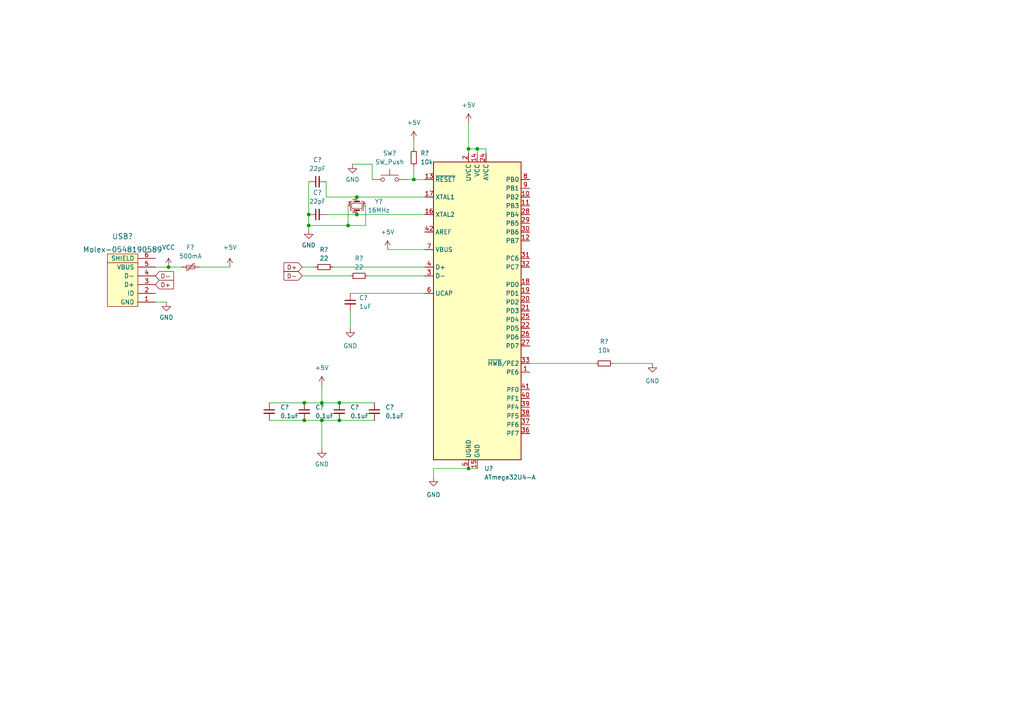
<source format=kicad_sch>
(kicad_sch (version 20211123) (generator eeschema)
  (paper "A4")
  (lib_symbols
    (symbol "Device:C_Small" (pin_numbers hide) (pin_names (offset 0.254) hide)
      (property "Reference" "C" (at 0.254 1.778 0))
      (property "Value" "C_Small" (at 0.254 -2.032 0))
      (symbol "C_Small_0_1"
        (polyline (pts (xy -1.524 -0.508) (xy 1.524 -0.508)) (stroke (width 0.3302)))
        (polyline (pts (xy -1.524 0.508) (xy 1.524 0.508)) (stroke (width 0.3048)))
      )
      (symbol "C_Small_1_1"
        (pin passive line (at 0 2.54 270) (length 2.032) (name "~") (number "1"))
        (pin passive line (at 0 -2.54 90) (length 2.032) (name "~") (number "2"))
      )
    )
    (symbol "Device:Crystal_GND24_Small" (pin_names (offset 1.016) hide)
      (property "Reference" "Y" (at 1.27 4.445 0))
      (property "Value" "Crystal_GND24_Small" (at 1.27 2.54 0))
      (symbol "Crystal_GND24_Small_0_1"
        (rectangle (start -0.762 -1.524) (end 0.762 1.524))
        (polyline (pts (xy -1.27 -0.762) (xy -1.27 0.762)) (stroke (width 0.381)))
        (polyline (pts (xy 1.27 -0.762) (xy 1.27 0.762)) (stroke (width 0.381)))
        (polyline (pts (xy -1.27 -1.27) (xy -1.27 -1.905) (xy 1.27 -1.905) (xy 1.27 -1.27)))
        (polyline (pts (xy -1.27 1.27) (xy -1.27 1.905) (xy 1.27 1.905) (xy 1.27 1.27)))
      )
      (symbol "Crystal_GND24_Small_1_1"
        (pin passive line (at -2.54 0 0) (length 1.27) (name "1") (number "1"))
        (pin passive line (at 0 -2.54 90) (length 0.635) (name "2") (number "2"))
        (pin passive line (at 2.54 0 180) (length 1.27) (name "3") (number "3"))
        (pin passive line (at 0 2.54 270) (length 0.635) (name "4") (number "4"))
      )
    )
    (symbol "Device:Polyfuse_Small" (pin_numbers hide) (pin_names (offset 0))
      (property "Reference" "F" (at -1.905 0 90))
      (property "Value" "Polyfuse_Small" (at 1.905 0 90))
      (symbol "Polyfuse_Small_0_1"
        (rectangle (start -0.508 1.27) (end 0.508 -1.27))
        (polyline (pts (xy 0 2.54) (xy 0 -2.54)))
        (polyline (pts (xy -1.016 1.27) (xy -1.016 0.762) (xy 1.016 -0.762) (xy 1.016 -1.27)))
      )
      (symbol "Polyfuse_Small_1_1"
        (pin passive line (at 0 2.54 270) (length 0.635) (name "~") (number "1"))
        (pin passive line (at 0 -2.54 90) (length 0.635) (name "~") (number "2"))
      )
    )
    (symbol "Device:R_Small" (pin_numbers hide) (pin_names (offset 0.254) hide)
      (property "Reference" "R" (at 0.762 0.508 0))
      (property "Value" "R_Small" (at 0.762 -1.016 0))
      (symbol "R_Small_0_1"
        (rectangle (start -0.762 1.778) (end 0.762 -1.778) (stroke (width 0.2032)))
      )
      (symbol "R_Small_1_1"
        (pin passive line (at 0 2.54 270) (length 0.762) (name "~") (number "1"))
        (pin passive line (at 0 -2.54 90) (length 0.762) (name "~") (number "2"))
      )
    )
    (symbol "MCU_Microchip_ATmega:ATmega32U4-A"
      (property "Reference" "U" (at -12.7 44.45 0))
      (property "Value" "ATmega32U4-A" (at 2.54 -44.45 0))
      (symbol "ATmega32U4-A_0_1"
        (rectangle (start -12.7 -43.18) (end 12.7 43.18) (stroke (width 0.254)) (fill (type background)))
      )
      (symbol "ATmega32U4-A_1_1"
        (pin bidirectional line (at 15.24 -17.78 180) (length 2.54) (name "PE6") (number "1"))
        (pin bidirectional line (at 15.24 33.02 180) (length 2.54) (name "PB2") (number "10"))
        (pin bidirectional line (at 15.24 30.48 180) (length 2.54) (name "PB3") (number "11"))
        (pin bidirectional line (at 15.24 20.32 180) (length 2.54) (name "PB7") (number "12"))
        (pin input line (at -15.24 38.1 0) (length 2.54) (name "~{RESET}") (number "13"))
        (pin power_in line (at 0 45.72 270) (length 2.54) (name "VCC") (number "14"))
        (pin power_in line (at 0 -45.72 90) (length 2.54) (name "GND") (number "15"))
        (pin output line (at -15.24 27.94 0) (length 2.54) (name "XTAL2") (number "16"))
        (pin input line (at -15.24 33.02 0) (length 2.54) (name "XTAL1") (number "17"))
        (pin bidirectional line (at 15.24 7.62 180) (length 2.54) (name "PD0") (number "18"))
        (pin bidirectional line (at 15.24 5.08 180) (length 2.54) (name "PD1") (number "19"))
        (pin power_in line (at -2.54 45.72 270) (length 2.54) (name "UVCC") (number "2"))
        (pin bidirectional line (at 15.24 2.54 180) (length 2.54) (name "PD2") (number "20"))
        (pin bidirectional line (at 15.24 0 180) (length 2.54) (name "PD3") (number "21"))
        (pin bidirectional line (at 15.24 -5.08 180) (length 2.54) (name "PD5") (number "22"))
        (pin passive line (at 0 -45.72 90) (length 2.54) hide (name "GND") (number "23"))
        (pin power_in line (at 2.54 45.72 270) (length 2.54) (name "AVCC") (number "24"))
        (pin bidirectional line (at 15.24 -2.54 180) (length 2.54) (name "PD4") (number "25"))
        (pin bidirectional line (at 15.24 -7.62 180) (length 2.54) (name "PD6") (number "26"))
        (pin bidirectional line (at 15.24 -10.16 180) (length 2.54) (name "PD7") (number "27"))
        (pin bidirectional line (at 15.24 27.94 180) (length 2.54) (name "PB4") (number "28"))
        (pin bidirectional line (at 15.24 25.4 180) (length 2.54) (name "PB5") (number "29"))
        (pin bidirectional line (at -15.24 10.16 0) (length 2.54) (name "D-") (number "3"))
        (pin bidirectional line (at 15.24 22.86 180) (length 2.54) (name "PB6") (number "30"))
        (pin bidirectional line (at 15.24 15.24 180) (length 2.54) (name "PC6") (number "31"))
        (pin bidirectional line (at 15.24 12.7 180) (length 2.54) (name "PC7") (number "32"))
        (pin bidirectional line (at 15.24 -15.24 180) (length 2.54) (name "~{HWB}/PE2") (number "33"))
        (pin passive line (at 0 45.72 270) (length 2.54) hide (name "VCC") (number "34"))
        (pin passive line (at 0 -45.72 90) (length 2.54) hide (name "GND") (number "35"))
        (pin bidirectional line (at 15.24 -35.56 180) (length 2.54) (name "PF7") (number "36"))
        (pin bidirectional line (at 15.24 -33.02 180) (length 2.54) (name "PF6") (number "37"))
        (pin bidirectional line (at 15.24 -30.48 180) (length 2.54) (name "PF5") (number "38"))
        (pin bidirectional line (at 15.24 -27.94 180) (length 2.54) (name "PF4") (number "39"))
        (pin bidirectional line (at -15.24 12.7 0) (length 2.54) (name "D+") (number "4"))
        (pin bidirectional line (at 15.24 -25.4 180) (length 2.54) (name "PF1") (number "40"))
        (pin bidirectional line (at 15.24 -22.86 180) (length 2.54) (name "PF0") (number "41"))
        (pin passive line (at -15.24 22.86 0) (length 2.54) (name "AREF") (number "42"))
        (pin passive line (at 0 -45.72 90) (length 2.54) hide (name "GND") (number "43"))
        (pin passive line (at 2.54 45.72 270) (length 2.54) hide (name "AVCC") (number "44"))
        (pin passive line (at -2.54 -45.72 90) (length 2.54) (name "UGND") (number "5"))
        (pin passive line (at -15.24 5.08 0) (length 2.54) (name "UCAP") (number "6"))
        (pin input line (at -15.24 17.78 0) (length 2.54) (name "VBUS") (number "7"))
        (pin bidirectional line (at 15.24 38.1 180) (length 2.54) (name "PB0") (number "8"))
        (pin bidirectional line (at 15.24 35.56 180) (length 2.54) (name "PB1") (number "9"))
      )
    )
    (symbol "Switch:SW_Push" (pin_numbers hide) (pin_names (offset 1.016) hide)
      (property "Reference" "SW" (at 1.27 2.54 0))
      (property "Value" "SW_Push" (at 0 -1.524 0))
      (symbol "SW_Push_0_1"
        (circle (center -2.032 0) (radius 0.508))
        (polyline (pts (xy 0 1.27) (xy 0 3.048)))
        (polyline (pts (xy 2.54 1.27) (xy -2.54 1.27)))
        (circle (center 2.032 0) (radius 0.508))
        (pin passive line (at -5.08 0 0) (length 2.54) (name "1") (number "1"))
        (pin passive line (at 5.08 0 180) (length 2.54) (name "2") (number "2"))
      )
    )
    (symbol "power:+5V" (power) (pin_names (offset 0))
      (property "Value" "+5V" (at 0 3.556 0))
      (symbol "+5V_0_1"
        (polyline (pts (xy -0.762 1.27) (xy 0 2.54)))
        (polyline (pts (xy 0 0) (xy 0 2.54)))
        (polyline (pts (xy 0 2.54) (xy 0.762 1.27)))
      )
      (symbol "+5V_1_1"
        (pin power_in line (at 0 0 90) (length 0) hide (name "+5V") (number "1"))
      )
    )
    (symbol "power:GND" (power) (pin_names (offset 0))
      (property "Value" "GND" (at 0 -3.81 0))
      (symbol "GND_0_1"
        (polyline (pts (xy 0 0) (xy 0 -1.27) (xy 1.27 -1.27) (xy 0 -2.54) (xy -1.27 -1.27) (xy 0 -1.27)))
      )
      (symbol "GND_1_1"
        (pin power_in line (at 0 0 270) (length 0) hide (name "GND") (number "1"))
      )
    )
    (symbol "power:VCC" (power) (pin_names (offset 0))
      (property "Value" "VCC" (at 0 3.81 0))
      (symbol "VCC_0_1"
        (polyline (pts (xy -0.762 1.27) (xy 0 2.54)))
        (polyline (pts (xy 0 0) (xy 0 2.54)))
        (polyline (pts (xy 0 2.54) (xy 0.762 1.27)))
      )
      (symbol "VCC_1_1"
        (pin power_in line (at 0 0 90) (length 0) hide (name "VCC") (number "1"))
      )
    )
    (symbol "random-keyboard-parts:Molex-0548190589" (pin_names (offset 1.016))
      (property "Reference" "USB" (at 0 7.62 0))
      (property "Value" "Molex-0548190589" (at 0 10.16 0))
      (symbol "Molex-0548190589_0_0"
        (polyline (pts (xy 6.35 -2.54) (xy 6.35 6.35)))
        (rectangle (start 8.89 -2.54) (end -6.35 6.35) (fill (type background)))
      )
      (symbol "Molex-0548190589_1_1"
        (pin input line (at -5.08 -7.62 90) (length 5.08) (name "GND") (number "1"))
        (pin input line (at -2.54 -7.62 90) (length 5.08) (name "ID") (number "2"))
        (pin input line (at 0 -7.62 90) (length 5.08) (name "D+") (number "3"))
        (pin input line (at 2.54 -7.62 90) (length 5.08) (name "D-") (number "4"))
        (pin input line (at 5.08 -7.62 90) (length 5.08) (name "VBUS") (number "5"))
        (pin input line (at 7.62 -7.62 90) (length 5.08) (name "SHIELD") (number "6"))
      )
    )
  )
  (junction (at 93.345 116.84))
  (junction (at 48.895 77.47))
  (junction (at 135.89 43.18))
  (junction (at 89.535 65.405))
  (junction (at 135.89 135.89))
  (junction (at 103.505 57.15))
  (junction (at 120.015 52.07))
  (junction (at 88.265 121.92))
  (junction (at 98.425 116.84))
  (junction (at 103.505 62.23))
  (junction (at 88.265 116.84))
  (junction (at 93.345 121.92))
  (junction (at 100.965 65.405))
  (junction (at 98.425 121.92))
  (junction (at 89.535 62.23))
  (junction (at 138.43 43.18))
  (wire (pts (xy 100.965 65.405) (xy 89.535 65.405)))
  (wire (pts (xy 138.43 43.18) (xy 138.43 44.45)))
  (wire (pts (xy 138.43 43.18) (xy 135.89 43.18)))
  (wire (pts (xy 120.015 48.26) (xy 120.015 52.07)))
  (wire (pts (xy 98.425 116.84) (xy 108.585 116.84)))
  (wire (pts (xy 89.535 52.705) (xy 89.535 62.23)))
  (wire (pts (xy 87.63 77.47) (xy 91.44 77.47)))
  (wire (pts (xy 93.345 116.84) (xy 88.265 116.84)))
  (wire (pts (xy 125.73 135.89) (xy 125.73 138.43)))
  (wire (pts (xy 93.345 111.76) (xy 93.345 116.84)))
  (wire (pts (xy 101.6 90.17) (xy 101.6 95.25)))
  (wire (pts (xy 177.8 105.41) (xy 189.23 105.41)))
  (wire (pts (xy 123.19 62.23) (xy 103.505 62.23)))
  (wire (pts (xy 89.535 65.405) (xy 89.535 66.675)))
  (wire (pts (xy 123.19 57.15) (xy 103.505 57.15)))
  (wire (pts (xy 88.265 121.92) (xy 93.345 121.92)))
  (wire (pts (xy 57.785 77.47) (xy 66.675 77.47)))
  (wire (pts (xy 87.63 80.01) (xy 101.6 80.01)))
  (wire (pts (xy 103.505 57.15) (xy 94.615 57.15)))
  (wire (pts (xy 120.015 40.64) (xy 120.015 43.18)))
  (wire (pts (xy 135.89 35.56) (xy 135.89 43.18)))
  (wire (pts (xy 98.425 121.92) (xy 93.345 121.92)))
  (wire (pts (xy 135.89 135.89) (xy 125.73 135.89)))
  (wire (pts (xy 96.52 77.47) (xy 123.19 77.47)))
  (wire (pts (xy 107.95 47.625) (xy 102.235 47.625)))
  (wire (pts (xy 106.045 59.69) (xy 106.045 65.405)))
  (wire (pts (xy 45.085 87.63) (xy 48.26 87.63)))
  (wire (pts (xy 100.965 59.69) (xy 100.965 65.405)))
  (wire (pts (xy 106.68 80.01) (xy 123.19 80.01)))
  (wire (pts (xy 93.345 116.84) (xy 98.425 116.84)))
  (wire (pts (xy 140.97 44.45) (xy 140.97 43.18)))
  (wire (pts (xy 93.345 121.92) (xy 93.345 130.175)))
  (wire (pts (xy 153.67 105.41) (xy 172.72 105.41)))
  (wire (pts (xy 48.895 77.47) (xy 52.705 77.47)))
  (wire (pts (xy 135.89 43.18) (xy 135.89 44.45)))
  (wire (pts (xy 106.045 65.405) (xy 100.965 65.405)))
  (wire (pts (xy 94.615 62.23) (xy 103.505 62.23)))
  (wire (pts (xy 112.395 72.39) (xy 123.19 72.39)))
  (wire (pts (xy 107.95 52.07) (xy 107.95 47.625)))
  (wire (pts (xy 118.11 52.07) (xy 120.015 52.07)))
  (wire (pts (xy 94.615 57.15) (xy 94.615 52.705)))
  (wire (pts (xy 120.015 52.07) (xy 123.19 52.07)))
  (wire (pts (xy 78.105 121.92) (xy 88.265 121.92)))
  (wire (pts (xy 45.085 77.47) (xy 48.895 77.47)))
  (wire (pts (xy 98.425 121.92) (xy 108.585 121.92)))
  (wire (pts (xy 135.89 135.89) (xy 138.43 135.89)))
  (wire (pts (xy 140.97 43.18) (xy 138.43 43.18)))
  (wire (pts (xy 78.105 116.84) (xy 88.265 116.84)))
  (wire (pts (xy 89.535 62.23) (xy 89.535 65.405)))
  (wire (pts (xy 123.19 85.09) (xy 101.6 85.09)))
  (global_label "D-" (shape input) (at 87.63 80.01 180) (property "Intersheet References" "${INTERSHEET_REFS}" (effects hide)))
  (global_label "D-" (shape input) (at 45.085 80.01 0) (property "Intersheet References" "${INTERSHEET_REFS}" (effects hide)))
  (global_label "D+" (shape input) (at 87.63 77.47 180) (property "Intersheet References" "${INTERSHEET_REFS}" (effects hide)))
  (global_label "D+" (shape input) (at 45.085 82.55 0) (property "Intersheet References" "${INTERSHEET_REFS}" (effects hide)))
  (symbol (lib_id "Device:C_Small") (at 78.105 119.38 0) (unit 1)
    (property "Reference" "C?" (at 81.28 118.1162 0) (effects (justify left)))
    (property "Value" "0.1uF" (at 81.28 120.6562 0) (effects (justify left)))
  )
  (symbol (lib_id "MCU_Microchip_ATmega:ATmega32U4-A") (at 138.43 90.17 0) (unit 1)
    (property "Reference" "U?" (at 140.4494 135.89 0) (effects (justify left)))
    (property "Value" "ATmega32U4-A" (at 140.4494 138.43 0) (effects (justify left)))
    (property "Footprint" "Package_QFP:TQFP-44_10x10mm_P0.8mm" (effects hide))
    (property "Datasheet" "http://ww1.microchip.com/downloads/en/DeviceDoc/Atmel-7766-8-bit-AVR-ATmega16U4-32U4_Datasheet.pdf" (effects hide))
  )
  (symbol (lib_id "power:GND") (at 93.345 130.175 0) (unit 1)
    (property "Reference" "#PWR?" (effects hide))
    (property "Value" "GND" (at 93.345 134.62 0))
  )
  (symbol (lib_id "random-keyboard-parts:Molex-0548190589") (at 37.465 82.55 90) (unit 1)
    (property "Reference" "USB?" (at 35.56 68.58 90) (effects (font (size 1.524 1.524))))
    (property "Value" "Molex-0548190589" (at 35.56 72.39 90) (effects (font (size 1.524 1.524))))
  )
  (symbol (lib_id "Device:C_Small") (at 88.265 119.38 0) (unit 1)
    (property "Reference" "C?" (at 91.44 118.1162 0) (effects (justify left)))
    (property "Value" "0.1uF" (at 91.44 120.6562 0) (effects (justify left)))
  )
  (symbol (lib_id "power:+5V") (at 66.675 77.47 0) (unit 1)
    (property "Reference" "#PWR?" (effects hide))
    (property "Value" "+5V" (at 66.675 71.755 0))
  )
  (symbol (lib_id "Device:Polyfuse_Small") (at 55.245 77.47 90) (unit 1)
    (property "Reference" "F?" (at 55.245 71.755 90))
    (property "Value" "500mA" (at 55.245 74.295 90))
  )
  (symbol (lib_id "power:GND") (at 101.6 95.25 0) (unit 1)
    (property "Reference" "#PWR?" (effects hide))
    (property "Value" "GND" (at 101.6 100.33 0))
  )
  (symbol (lib_id "Device:C_Small") (at 92.075 62.23 90) (unit 1)
    (property "Reference" "C?" (at 92.0813 55.88 90))
    (property "Value" "22pF" (at 92.0813 58.42 90))
  )
  (symbol (lib_id "Device:C_Small") (at 108.585 119.38 0) (unit 1)
    (property "Reference" "C?" (at 111.76 118.1162 0) (effects (justify left)))
    (property "Value" "0.1uF" (at 111.76 120.6562 0) (effects (justify left)))
  )
  (symbol (lib_id "Device:R_Small") (at 104.14 80.01 90) (unit 1)
    (property "Reference" "R?" (at 104.14 74.93 90))
    (property "Value" "22" (at 104.14 77.47 90))
  )
  (symbol (lib_id "Device:C_Small") (at 101.6 87.63 0) (unit 1)
    (property "Reference" "C?" (at 104.14 86.3662 0) (effects (justify left)))
    (property "Value" "1uF" (at 104.14 88.9062 0) (effects (justify left)))
  )
  (symbol (lib_id "power:VCC") (at 48.895 77.47 0) (unit 1)
    (property "Reference" "#PWR?" (effects hide))
    (property "Value" "VCC" (at 48.895 71.755 0))
  )
  (symbol (lib_id "power:GND") (at 189.23 105.41 0) (unit 1)
    (property "Reference" "#PWR?" (effects hide))
    (property "Value" "GND" (at 189.23 110.49 0))
  )
  (symbol (lib_id "Device:R_Small") (at 175.26 105.41 90) (unit 1)
    (property "Reference" "R?" (at 175.26 99.06 90))
    (property "Value" "10k" (at 175.26 101.6 90))
  )
  (symbol (lib_id "power:GND") (at 102.235 47.625 0) (unit 1)
    (property "Reference" "#PWR?" (effects hide))
    (property "Value" "GND" (at 102.235 52.07 0))
  )
  (symbol (lib_id "power:GND") (at 48.26 87.63 0) (unit 1)
    (property "Reference" "#PWR?" (effects hide))
    (property "Value" "GND" (at 48.26 92.075 0))
  )
  (symbol (lib_id "Device:R_Small") (at 120.015 45.72 0) (unit 1)
    (property "Reference" "R?" (at 121.92 44.4499 0) (effects (justify left)))
    (property "Value" "10k" (at 121.92 46.9899 0) (effects (justify left)))
  )
  (symbol (lib_id "Switch:SW_Push") (at 113.03 52.07 0) (unit 1)
    (property "Reference" "SW?" (at 113.03 44.45 0))
    (property "Value" "SW_Push" (at 113.03 46.99 0))
  )
  (symbol (lib_id "Device:C_Small") (at 92.075 52.705 90) (unit 1)
    (property "Reference" "C?" (at 92.0813 46.355 90))
    (property "Value" "22pF" (at 92.0813 48.895 90))
  )
  (symbol (lib_id "Device:C_Small") (at 98.425 119.38 0) (unit 1)
    (property "Reference" "C?" (at 101.6 118.1162 0) (effects (justify left)))
    (property "Value" "0.1uF" (at 101.6 120.6562 0) (effects (justify left)))
  )
  (symbol (lib_id "Device:R_Small") (at 93.98 77.47 90) (unit 1)
    (property "Reference" "R?" (at 93.98 72.39 90))
    (property "Value" "22" (at 93.98 74.93 90))
  )
  (symbol (lib_id "power:GND") (at 89.535 66.675 0) (unit 1)
    (property "Reference" "#PWR?" (effects hide))
    (property "Value" "GND" (at 89.535 71.12 0))
  )
  (symbol (lib_id "power:+5V") (at 135.89 35.56 0) (unit 1)
    (property "Reference" "#PWR?" (effects hide))
    (property "Value" "+5V" (at 135.89 30.48 0))
  )
  (symbol (lib_id "power:+5V") (at 120.015 40.64 0) (unit 1)
    (property "Reference" "#PWR?" (effects hide))
    (property "Value" "+5V" (at 120.015 35.56 0))
  )
  (symbol (lib_id "Device:Crystal_GND24_Small") (at 103.505 59.69 270) (unit 1)
    (property "Reference" "Y?" (at 109.855 58.42 90))
    (property "Value" "16MHz" (at 109.855 60.96 90))
  )
  (symbol (lib_id "power:+5V") (at 93.345 111.76 0) (unit 1)
    (property "Reference" "#PWR?" (effects hide))
    (property "Value" "+5V" (at 93.345 106.68 0))
  )
  (symbol (lib_id "power:GND") (at 125.73 138.43 0) (unit 1)
    (property "Reference" "#PWR?" (effects hide))
    (property "Value" "GND" (at 125.73 143.51 0))
  )
  (symbol (lib_id "power:+5V") (at 112.395 72.39 0) (unit 1)
    (property "Reference" "#PWR?" (effects hide))
    (property "Value" "+5V" (at 112.395 67.31 0))
  )
)
</source>
